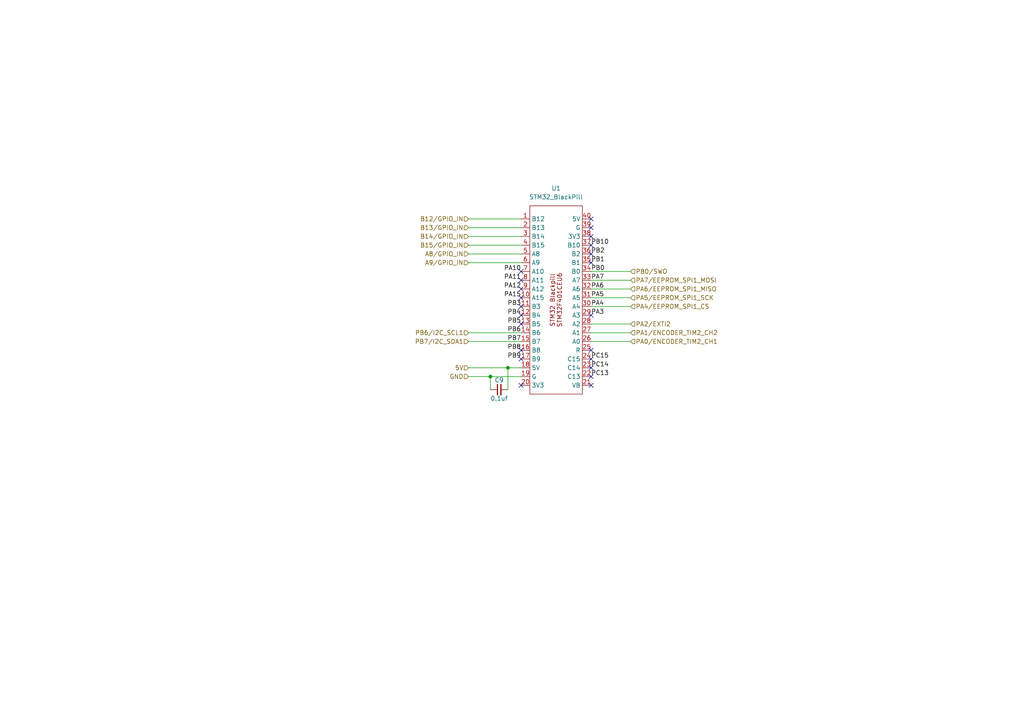
<source format=kicad_sch>
(kicad_sch (version 20250114) (generator "eeschema") (generator_version "9.0")
  (paper "A4")
  (lib_symbols
    (symbol "Aruns:STM32BlackPill"
      (property "Reference" "U" (at 0 11.43 0))
      (property "Value" "STM32_BlackPill" (at 7.874 -1.27 0))
      (symbol "STM32BlackPill_1_1"
        (text_box "STM32 Blackpill\nSTM32F401CEU6\n" (at 0 54.61 90) (size 15.24 -54.61) (margins 1.016 1.016 1.016 1.016) (effects (font (size 1.27 1.27))))
        (pin passive line (at -2.54 50.8 0) (length 2.54) (name "B12") (number "1"))
        (pin passive line (at -2.54 48.26 0) (length 2.54) (name "B13") (number "2"))
        (pin passive line (at -2.54 45.72 0) (length 2.54) (name "B14") (number "3"))
        (pin passive line (at -2.54 43.18 0) (length 2.54) (name "B15") (number "4"))
        (pin passive line (at -2.54 40.64 0) (length 2.54) (name "A8") (number "5"))
        (pin passive line (at -2.54 38.1 0) (length 2.54) (name "A9") (number "6"))
        (pin passive line (at -2.54 35.56 0) (length 2.54) (name "A10") (number "7"))
        (pin passive line (at -2.54 33.02 0) (length 2.54) (name "A11") (number "8"))
        (pin passive line (at -2.54 30.48 0) (length 2.54) (name "A12") (number "9"))
        (pin passive line (at -2.54 27.94 0) (length 2.54) (name "A15") (number "10"))
        (pin passive line (at -2.54 25.4 0) (length 2.54) (name "B3") (number "11"))
        (pin passive line (at -2.54 22.86 0) (length 2.54) (name "B4") (number "12"))
        (pin passive line (at -2.54 20.32 0) (length 2.54) (name "B5") (number "13"))
        (pin passive line (at -2.54 17.78 0) (length 2.54) (name "B6") (number "14"))
        (pin passive line (at -2.54 15.24 0) (length 2.54) (name "B7") (number "15"))
        (pin passive line (at -2.54 12.7 0) (length 2.54) (name "B8") (number "16"))
        (pin passive line (at -2.54 10.16 0) (length 2.54) (name "B9") (number "17"))
        (pin power_in line (at -2.54 7.62 0) (length 2.54) (name "5V") (number "18"))
        (pin power_in line (at -2.54 5.08 0) (length 2.54) (name "G") (number "19"))
        (pin power_out line (at -2.54 2.54 0) (length 2.54) (name "3V3") (number "20"))
        (pin power_in line (at 17.78 50.8 180) (length 2.54) (name "5V") (number "40"))
        (pin power_in line (at 17.78 48.26 180) (length 2.54) (name "G") (number "39"))
        (pin power_out line (at 17.78 45.72 180) (length 2.54) (name "3V3") (number "38"))
        (pin passive line (at 17.78 43.18 180) (length 2.54) (name "B10") (number "37"))
        (pin passive line (at 17.78 40.64 180) (length 2.54) (name "B2") (number "36"))
        (pin passive line (at 17.78 38.1 180) (length 2.54) (name "B1") (number "35"))
        (pin passive line (at 17.78 35.56 180) (length 2.54) (name "B0") (number "34"))
        (pin passive line (at 17.78 33.02 180) (length 2.54) (name "A7") (number "33"))
        (pin passive line (at 17.78 30.48 180) (length 2.54) (name "A6") (number "32"))
        (pin passive line (at 17.78 27.94 180) (length 2.54) (name "A5") (number "31"))
        (pin passive line (at 17.78 25.4 180) (length 2.54) (name "A4") (number "30"))
        (pin passive line (at 17.78 22.86 180) (length 2.54) (name "A3") (number "29"))
        (pin passive line (at 17.78 20.32 180) (length 2.54) (name "A2") (number "28"))
        (pin passive line (at 17.78 17.78 180) (length 2.54) (name "A1") (number "27"))
        (pin passive line (at 17.78 15.24 180) (length 2.54) (name "A0") (number "26"))
        (pin passive line (at 17.78 12.7 180) (length 2.54) (name "R") (number "25"))
        (pin passive line (at 17.78 10.16 180) (length 2.54) (name "C15") (number "24"))
        (pin passive line (at 17.78 7.62 180) (length 2.54) (name "C14") (number "23"))
        (pin passive line (at 17.78 5.08 180) (length 2.54) (name "C13") (number "22"))
        (pin passive line (at 17.78 2.54 180) (length 2.54) (name "VB") (number "21"))
      )
    )
    (symbol "Device:C_Small" (pin_numbers (hide yes)) (pin_names (offset 0.254) (hide yes))
      (property "Reference" "C" (at 0.254 1.778 0))
      (property "Value" "C_Small" (at 0.254 -2.032 0))
      (symbol "C_Small_0_1"
        (polyline (pts (xy -1.524 0.508) (xy 1.524 0.508)) (stroke (width 0.3048)))
        (polyline (pts (xy -1.524 -0.508) (xy 1.524 -0.508)) (stroke (width 0.3302)))
      )
      (symbol "C_Small_1_1"
        (pin passive line (at 0 2.54 270) (length 2.032) (name "~") (number "1"))
        (pin passive line (at 0 -2.54 90) (length 2.032) (name "~") (number "2"))
      )
    )
  )
  (junction (at 147.32 106.68))
  (junction (at 142.24 109.22))
  (no_connect (at 171.45 101.6))
  (no_connect (at 151.13 78.74))
  (no_connect (at 151.13 111.76))
  (no_connect (at 151.13 81.28))
  (no_connect (at 151.13 83.82))
  (no_connect (at 171.45 76.2))
  (no_connect (at 151.13 104.14))
  (no_connect (at 171.45 66.04))
  (no_connect (at 171.45 63.5))
  (no_connect (at 171.45 68.58))
  (no_connect (at 171.45 111.76))
  (no_connect (at 171.45 73.66))
  (no_connect (at 151.13 91.44))
  (no_connect (at 171.45 106.68))
  (no_connect (at 151.13 93.98))
  (no_connect (at 171.45 71.12))
  (no_connect (at 171.45 109.22))
  (no_connect (at 171.45 104.14))
  (no_connect (at 151.13 101.6))
  (no_connect (at 171.45 91.44))
  (no_connect (at 151.13 86.36))
  (no_connect (at 151.13 88.9))
  (wire (pts (xy 171.45 88.9) (xy 182.88 88.9)))
  (wire (pts (xy 135.89 73.66) (xy 151.13 73.66)))
  (wire (pts (xy 171.45 83.82) (xy 182.88 83.82)))
  (wire (pts (xy 135.89 76.2) (xy 151.13 76.2)))
  (wire (pts (xy 135.89 99.06) (xy 151.13 99.06)))
  (wire (pts (xy 171.45 81.28) (xy 182.88 81.28)))
  (wire (pts (xy 135.89 109.22) (xy 142.24 109.22)))
  (wire (pts (xy 135.89 96.52) (xy 151.13 96.52)))
  (wire (pts (xy 147.32 106.68) (xy 151.13 106.68)))
  (wire (pts (xy 135.89 63.5) (xy 151.13 63.5)))
  (wire (pts (xy 142.24 109.22) (xy 151.13 109.22)))
  (wire (pts (xy 142.24 109.22) (xy 142.24 113.03)))
  (wire (pts (xy 171.45 78.74) (xy 182.88 78.74)))
  (wire (pts (xy 171.45 93.98) (xy 182.88 93.98)))
  (wire (pts (xy 147.32 106.68) (xy 147.32 113.03)))
  (wire (pts (xy 171.45 86.36) (xy 182.88 86.36)))
  (wire (pts (xy 135.89 106.68) (xy 147.32 106.68)))
  (wire (pts (xy 135.89 66.04) (xy 151.13 66.04)))
  (wire (pts (xy 171.45 96.52) (xy 182.88 96.52)))
  (wire (pts (xy 135.89 71.12) (xy 151.13 71.12)))
  (wire (pts (xy 171.45 99.06) (xy 182.88 99.06)))
  (wire (pts (xy 135.89 68.58) (xy 151.13 68.58)))
  (label "PB5" (at 151.13 93.98 180))
  (label "PB6" (at 151.13 96.52 180))
  (label "PA12" (at 151.13 83.82 180))
  (label "PA6" (at 171.45 83.82 0))
  (label "PB10" (at 171.45 71.12 0))
  (label "PB8" (at 151.13 101.6 180))
  (label "PA5" (at 171.45 86.36 0))
  (label "PB7" (at 151.13 99.06 180))
  (label "PA11" (at 151.13 81.28 180))
  (label "PB9" (at 151.13 104.14 180))
  (label "PA10" (at 151.13 78.74 180))
  (label "PA4" (at 171.45 88.9 0))
  (label "PC14" (at 171.45 106.68 0))
  (label "PB2" (at 171.45 73.66 0))
  (label "PB4" (at 151.13 91.44 180))
  (label "PB0" (at 171.45 78.74 0))
  (label "PA7" (at 171.45 81.28 0))
  (label "PC15" (at 171.45 104.14 0))
  (label "PB3" (at 151.13 88.9 180))
  (label "PC13" (at 171.45 109.22 0))
  (label "PA3" (at 171.45 91.44 0))
  (label "PB1" (at 171.45 76.2 0))
  (label "PA15" (at 151.13 86.36 180))
  (hierarchical_label "PB0{slash}SWO" (shape input) (at 182.88 78.74 0))
  (hierarchical_label "GND" (shape input) (at 135.89 109.22 180))
  (hierarchical_label "B14{slash}GPIO_IN" (shape input) (at 135.89 68.58 180))
  (hierarchical_label "B15{slash}GPIO_IN" (shape input) (at 135.89 71.12 180))
  (hierarchical_label "PB7{slash}I2C_SDA1" (shape input) (at 135.89 99.06 180))
  (hierarchical_label "PA5{slash}EEPROM_SPI1_SCK" (shape input) (at 182.88 86.36 0))
  (hierarchical_label "PA0{slash}ENCODER_TIM2_CH1" (shape input) (at 182.88 99.06 0))
  (hierarchical_label "B12{slash}GPIO_IN" (shape input) (at 135.89 63.5 180))
  (hierarchical_label "PB6{slash}I2C_SCL1" (shape input) (at 135.89 96.52 180))
  (hierarchical_label "A9{slash}GPIO_IN" (shape input) (at 135.89 76.2 180))
  (hierarchical_label "5V" (shape input) (at 135.89 106.68 180))
  (hierarchical_label "PA1{slash}ENCODER_TIM2_CH2" (shape input) (at 182.88 96.52 0))
  (hierarchical_label "A8{slash}GPIO_IN" (shape input) (at 135.89 73.66 180))
  (hierarchical_label "PA6{slash}EEPROM_SPI1_MISO" (shape input) (at 182.88 83.82 0))
  (hierarchical_label "PA4{slash}EEPROM_SPI1_CS" (shape input) (at 182.88 88.9 0))
  (hierarchical_label "PA2{slash}EXTI2" (shape input) (at 182.88 93.98 0))
  (hierarchical_label "B13{slash}GPIO_IN" (shape input) (at 135.89 66.04 180))
  (hierarchical_label "PA7{slash}EEPROM_SPI1_MOSI" (shape input) (at 182.88 81.28 0))
  (symbol (lib_id "Aruns:STM32BlackPill") (at 153.67 114.3 0) (unit 1)
    (property "Reference" "U1" (at 161.29 54.61 0))
    (property "Value" "STM32_BlackPill" (at 161.29 57.15 0))
    (property "Footprint" "Aruns:STM32_BLACKPILL" (effects (hide yes)))
  )
  (symbol (lib_id "Device:C_Small") (at 144.78 113.03 90) (mirror x) (unit 1)
    (property "Reference" "C9" (at 144.78 110.236 90))
    (property "Value" "0.1uf" (at 144.78 115.57 90))
    (property "Footprint" "Capacitor_THT:C_Disc_D3.8mm_W2.6mm_P2.50mm" (effects (hide yes)))
    (property "Description" "Unpolarized capacitor, small symbol" (effects (hide yes)))
  )
)
</source>
